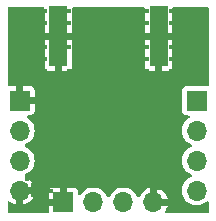
<source format=gbr>
%TF.GenerationSoftware,KiCad,Pcbnew,8.0.0*%
%TF.CreationDate,2024-08-25T13:37:12+02:00*%
%TF.ProjectId,Detector_PTFE_FR4_4_warstwy,44657465-6374-46f7-925f-505446455f46,rev?*%
%TF.SameCoordinates,Original*%
%TF.FileFunction,Copper,L4,Bot*%
%TF.FilePolarity,Positive*%
%FSLAX46Y46*%
G04 Gerber Fmt 4.6, Leading zero omitted, Abs format (unit mm)*
G04 Created by KiCad (PCBNEW 8.0.0) date 2024-08-25 13:37:12*
%MOMM*%
%LPD*%
G01*
G04 APERTURE LIST*
%TA.AperFunction,CastellatedPad*%
%ADD10R,1.700000X1.700000*%
%TD*%
%TA.AperFunction,CastellatedPad*%
%ADD11O,1.700000X1.700000*%
%TD*%
%TA.AperFunction,SMDPad,CuDef*%
%ADD12R,1.500000X5.080000*%
%TD*%
%TA.AperFunction,ViaPad*%
%ADD13C,0.400000*%
%TD*%
G04 APERTURE END LIST*
D10*
%TO.P,REF\u002A\u002A,1*%
%TO.N,GNDA*%
X67183000Y-42775939D03*
D11*
%TO.P,REF\u002A\u002A,2*%
%TO.N,ADC1_IN0_DET1*%
X69723000Y-42775939D03*
%TO.P,REF\u002A\u002A,3*%
X72263000Y-42775939D03*
%TO.P,REF\u002A\u002A,4*%
%TO.N,GNDA*%
X74803000Y-42775939D03*
%TD*%
D12*
%TO.P,J1,2,Ext*%
%TO.N,GNDA*%
X66743000Y-28730500D03*
X75243000Y-28730500D03*
%TD*%
D10*
%TO.P,REF\u002A\u002A,1*%
%TO.N,GNDA*%
X63500000Y-34163000D03*
D11*
%TO.P,REF\u002A\u002A,2*%
%TO.N,Net-(C3-Pad2)*%
X63500000Y-36703000D03*
%TO.P,REF\u002A\u002A,3*%
%TO.N,+5V*%
X63500000Y-39243000D03*
%TO.P,REF\u002A\u002A,4*%
%TO.N,GNDA*%
X63500000Y-41783000D03*
%TD*%
D10*
%TO.P,REF\u002A\u002A,1*%
%TO.N,ADC3_IN3_TEMP*%
X78486000Y-34163000D03*
D11*
%TO.P,REF\u002A\u002A,2*%
%TO.N,T_ADJ_1*%
X78486000Y-36703000D03*
%TO.P,REF\u002A\u002A,3*%
%TO.N,+5V*%
X78486000Y-39243000D03*
%TO.P,REF\u002A\u002A,4*%
X78486000Y-41783000D03*
%TD*%
D13*
%TO.N,GNDA*%
X69215000Y-29083000D03*
X66167000Y-41783000D03*
X63119000Y-31115000D03*
X76835000Y-31115000D03*
X73279000Y-30607000D03*
X64643000Y-27559000D03*
X74295000Y-32639000D03*
X79121000Y-30099000D03*
X68199000Y-28067000D03*
X78486000Y-31623000D03*
X65659000Y-27559000D03*
X64643000Y-26543000D03*
X73787000Y-28067000D03*
X64135000Y-30099000D03*
X73787000Y-29083000D03*
X64643000Y-42164000D03*
X78486000Y-29591000D03*
X72136000Y-39497000D03*
X65659000Y-26543000D03*
X65659000Y-42164000D03*
X68707000Y-31623000D03*
X64643000Y-29591000D03*
X76835000Y-29083000D03*
X79121000Y-27051000D03*
X76835000Y-28067000D03*
X72771000Y-31115000D03*
X78486000Y-27559000D03*
X63119000Y-27051000D03*
X64135000Y-40767000D03*
X65659000Y-40259000D03*
X63627000Y-26543000D03*
X77343000Y-31623000D03*
X77851000Y-28067000D03*
X78486000Y-30607000D03*
X77851000Y-29083000D03*
X64643000Y-31623000D03*
X65151000Y-40767000D03*
X76835000Y-30099000D03*
X68199000Y-31242000D03*
X63627000Y-32639000D03*
X63754000Y-43180000D03*
X76835000Y-32131000D03*
X73787000Y-33147000D03*
X67691000Y-29591000D03*
X66675000Y-31623000D03*
X73279000Y-31623000D03*
X65151000Y-31115000D03*
X63627000Y-27559000D03*
X74295000Y-26543000D03*
X68453000Y-36703000D03*
X67691000Y-32639000D03*
X75311000Y-32639000D03*
X79121000Y-32131000D03*
X65659000Y-29591000D03*
X77343000Y-29591000D03*
X67691000Y-31623000D03*
X68707000Y-29591000D03*
X63119000Y-29083000D03*
X75311000Y-41529000D03*
X76327000Y-27559000D03*
X72771000Y-30099000D03*
X66167000Y-40767000D03*
X67691000Y-26543000D03*
X74295000Y-30607000D03*
X65659000Y-30607000D03*
X79121000Y-31115000D03*
X65659000Y-41275000D03*
X68707000Y-27559000D03*
X65151000Y-28067000D03*
X65151000Y-42672000D03*
X64643000Y-32639000D03*
X72771000Y-28067000D03*
X66675000Y-41275000D03*
X74295000Y-27559000D03*
X64643000Y-41275000D03*
X74295000Y-31623000D03*
X65151000Y-30099000D03*
X64135000Y-29083000D03*
X63627000Y-31623000D03*
X64643000Y-28575000D03*
X65151000Y-41656000D03*
X65151000Y-29083000D03*
X72771000Y-29083000D03*
X68199000Y-32131000D03*
X73787000Y-27051000D03*
X78486000Y-32639000D03*
X69215000Y-30099000D03*
X74295000Y-28575000D03*
X64135000Y-32131000D03*
X74803000Y-33147000D03*
X76327000Y-30607000D03*
X77851000Y-31115000D03*
X76327000Y-32639000D03*
X74295000Y-29591000D03*
X75311000Y-31623000D03*
X77343000Y-30607000D03*
X65151000Y-32131000D03*
X69215000Y-28067000D03*
X72771000Y-27051000D03*
X65659000Y-28575000D03*
X79121000Y-28067000D03*
X77851000Y-32131000D03*
X76835000Y-27051000D03*
X79121000Y-29083000D03*
X68199000Y-30099000D03*
X68707000Y-26543000D03*
X63119000Y-28067000D03*
X72771000Y-33274000D03*
X78486000Y-28575000D03*
X64643000Y-40259000D03*
X72771000Y-32131000D03*
X74803000Y-32131000D03*
X77851000Y-30099000D03*
X75819000Y-33147000D03*
X73279000Y-27559000D03*
X73787000Y-32131000D03*
X64135000Y-28067000D03*
X68707000Y-28575000D03*
X63119000Y-30099000D03*
X73279000Y-26543000D03*
X77851000Y-27051000D03*
X76327000Y-28575000D03*
X68707000Y-32639000D03*
X65659000Y-31623000D03*
X77343000Y-27559000D03*
X64135000Y-31115000D03*
X63627000Y-28575000D03*
X65659000Y-43180000D03*
X65151000Y-27051000D03*
X73279000Y-32639000D03*
X68199000Y-29083000D03*
X63119000Y-32131000D03*
X73787000Y-30099000D03*
X73279000Y-29591000D03*
X76327000Y-29591000D03*
X68199000Y-27051000D03*
X63627000Y-30607000D03*
X76327000Y-31623000D03*
X73787000Y-31115000D03*
X62865000Y-43180000D03*
X76327000Y-26543000D03*
X73279000Y-28575000D03*
X67691000Y-27559000D03*
X64643000Y-43180000D03*
X64135000Y-27051000D03*
X77343000Y-32639000D03*
X64643000Y-30607000D03*
X69215000Y-27051000D03*
X67691000Y-28575000D03*
X75819000Y-32131000D03*
X77343000Y-28575000D03*
X77343000Y-26543000D03*
X67437000Y-41275000D03*
X78486000Y-26543000D03*
X63627000Y-29591000D03*
%TD*%
%TA.AperFunction,Conductor*%
%TO.N,GNDA*%
G36*
X65536039Y-26282185D02*
G01*
X65581794Y-26334989D01*
X65593000Y-26386500D01*
X65593000Y-28430500D01*
X67892999Y-28430500D01*
X67892999Y-26386500D01*
X67912684Y-26319461D01*
X67965488Y-26273706D01*
X68016999Y-26262500D01*
X73969000Y-26262500D01*
X74036039Y-26282185D01*
X74081794Y-26334989D01*
X74093000Y-26386500D01*
X74093000Y-28430500D01*
X76392999Y-28430500D01*
X76392999Y-26386500D01*
X76412684Y-26319461D01*
X76465488Y-26273706D01*
X76516999Y-26262500D01*
X79404500Y-26262500D01*
X79471539Y-26282185D01*
X79517294Y-26334989D01*
X79528500Y-26386500D01*
X79528500Y-32792811D01*
X79508815Y-32859850D01*
X79456011Y-32905605D01*
X79386853Y-32915549D01*
X79385102Y-32915284D01*
X79367524Y-32912500D01*
X77604482Y-32912500D01*
X77523519Y-32925323D01*
X77510696Y-32927354D01*
X77397658Y-32984950D01*
X77397657Y-32984951D01*
X77397652Y-32984954D01*
X77307954Y-33074652D01*
X77307951Y-33074657D01*
X77307950Y-33074658D01*
X77288751Y-33112337D01*
X77250352Y-33187698D01*
X77235500Y-33281475D01*
X77235500Y-35044517D01*
X77246292Y-35112657D01*
X77250354Y-35138304D01*
X77307950Y-35251342D01*
X77307952Y-35251344D01*
X77307954Y-35251347D01*
X77397652Y-35341045D01*
X77397654Y-35341046D01*
X77397658Y-35341050D01*
X77509746Y-35398162D01*
X77510698Y-35398647D01*
X77604475Y-35413499D01*
X77604481Y-35413500D01*
X77754140Y-35413499D01*
X77821177Y-35433183D01*
X77866932Y-35485987D01*
X77876876Y-35555145D01*
X77847851Y-35618701D01*
X77825262Y-35639074D01*
X77679118Y-35741405D01*
X77524402Y-35896121D01*
X77398900Y-36075357D01*
X77398898Y-36075361D01*
X77306426Y-36273668D01*
X77306422Y-36273677D01*
X77249793Y-36485020D01*
X77249793Y-36485024D01*
X77230723Y-36702997D01*
X77230723Y-36703002D01*
X77249793Y-36920975D01*
X77249793Y-36920979D01*
X77306422Y-37132322D01*
X77306424Y-37132326D01*
X77306425Y-37132330D01*
X77352661Y-37231484D01*
X77398897Y-37330638D01*
X77398898Y-37330639D01*
X77524402Y-37509877D01*
X77679123Y-37664598D01*
X77858360Y-37790101D01*
X77858361Y-37790102D01*
X78009583Y-37860618D01*
X78062022Y-37906790D01*
X78081174Y-37973984D01*
X78060958Y-38040865D01*
X78009583Y-38085382D01*
X77858361Y-38155898D01*
X77858357Y-38155900D01*
X77679121Y-38281402D01*
X77524402Y-38436121D01*
X77398900Y-38615357D01*
X77398898Y-38615361D01*
X77306426Y-38813668D01*
X77306422Y-38813677D01*
X77249793Y-39025020D01*
X77249793Y-39025024D01*
X77230723Y-39242997D01*
X77230723Y-39243002D01*
X77249793Y-39460975D01*
X77249793Y-39460979D01*
X77306422Y-39672322D01*
X77306424Y-39672326D01*
X77306425Y-39672330D01*
X77352661Y-39771484D01*
X77398897Y-39870638D01*
X77398898Y-39870639D01*
X77524402Y-40049877D01*
X77679123Y-40204598D01*
X77858360Y-40330101D01*
X77858361Y-40330102D01*
X78009583Y-40400618D01*
X78062022Y-40446790D01*
X78081174Y-40513984D01*
X78060958Y-40580865D01*
X78009583Y-40625382D01*
X77858361Y-40695898D01*
X77858357Y-40695900D01*
X77679121Y-40821402D01*
X77524402Y-40976121D01*
X77398900Y-41155357D01*
X77398898Y-41155361D01*
X77306426Y-41353668D01*
X77306422Y-41353677D01*
X77249793Y-41565020D01*
X77249793Y-41565024D01*
X77230723Y-41782997D01*
X77230723Y-41783002D01*
X77233499Y-41814727D01*
X77247029Y-41969389D01*
X77249793Y-42000975D01*
X77249793Y-42000979D01*
X77306422Y-42212322D01*
X77306424Y-42212326D01*
X77306425Y-42212330D01*
X77339379Y-42283000D01*
X77398897Y-42410638D01*
X77398898Y-42410639D01*
X77524402Y-42589877D01*
X77679123Y-42744598D01*
X77858361Y-42870102D01*
X78056670Y-42962575D01*
X78056676Y-42962576D01*
X78056677Y-42962577D01*
X78087364Y-42970799D01*
X78268023Y-43019207D01*
X78450926Y-43035208D01*
X78485998Y-43038277D01*
X78486000Y-43038277D01*
X78486002Y-43038277D01*
X78514254Y-43035805D01*
X78703977Y-43019207D01*
X78915330Y-42962575D01*
X79113639Y-42870102D01*
X79292877Y-42744598D01*
X79316819Y-42720656D01*
X79378142Y-42687171D01*
X79447834Y-42692155D01*
X79503767Y-42734027D01*
X79528184Y-42799491D01*
X79528500Y-42808337D01*
X79528500Y-43590500D01*
X79508815Y-43657539D01*
X79456011Y-43703294D01*
X79404500Y-43714500D01*
X75909983Y-43714500D01*
X75842944Y-43694815D01*
X75797189Y-43642011D01*
X75787245Y-43572853D01*
X75808408Y-43519376D01*
X75889666Y-43403326D01*
X75982101Y-43205098D01*
X75982104Y-43205092D01*
X76016711Y-43075939D01*
X75207144Y-43075939D01*
X75268925Y-42968932D01*
X75303000Y-42841765D01*
X75303000Y-42710113D01*
X75268925Y-42582946D01*
X75207144Y-42475939D01*
X76016711Y-42475939D01*
X76016710Y-42475938D01*
X75982104Y-42346785D01*
X75982101Y-42346779D01*
X75889666Y-42148551D01*
X75889664Y-42148547D01*
X75764216Y-41969389D01*
X75764211Y-41969383D01*
X75609554Y-41814726D01*
X75430387Y-41689272D01*
X75232159Y-41596837D01*
X75232153Y-41596834D01*
X75103000Y-41562228D01*
X75103000Y-42371794D01*
X74995993Y-42310014D01*
X74868826Y-42275939D01*
X74737174Y-42275939D01*
X74610007Y-42310014D01*
X74503000Y-42371794D01*
X74503000Y-41562228D01*
X74502999Y-41562228D01*
X74373846Y-41596834D01*
X74373840Y-41596837D01*
X74175612Y-41689272D01*
X74175608Y-41689274D01*
X73996450Y-41814722D01*
X73996444Y-41814727D01*
X73841788Y-41969383D01*
X73841783Y-41969389D01*
X73716335Y-42148547D01*
X73716333Y-42148551D01*
X73645658Y-42300114D01*
X73599485Y-42352553D01*
X73532292Y-42371705D01*
X73465411Y-42351489D01*
X73420894Y-42300114D01*
X73379959Y-42212330D01*
X73350102Y-42148301D01*
X73350100Y-42148298D01*
X73350099Y-42148296D01*
X73224599Y-41969063D01*
X73149988Y-41894452D01*
X73069877Y-41814341D01*
X72931108Y-41717174D01*
X72890638Y-41688836D01*
X72791484Y-41642600D01*
X72692330Y-41596364D01*
X72692326Y-41596363D01*
X72692322Y-41596361D01*
X72480977Y-41539732D01*
X72263002Y-41520662D01*
X72262998Y-41520662D01*
X72117682Y-41533375D01*
X72045023Y-41539732D01*
X72045020Y-41539732D01*
X71833677Y-41596361D01*
X71833670Y-41596363D01*
X71833670Y-41596364D01*
X71829514Y-41598302D01*
X71635361Y-41688837D01*
X71635357Y-41688839D01*
X71456121Y-41814341D01*
X71301402Y-41969060D01*
X71175900Y-42148296D01*
X71175898Y-42148300D01*
X71105382Y-42299522D01*
X71059209Y-42351961D01*
X70992016Y-42371113D01*
X70925135Y-42350897D01*
X70880618Y-42299522D01*
X70839959Y-42212330D01*
X70810102Y-42148301D01*
X70810100Y-42148298D01*
X70810099Y-42148296D01*
X70684599Y-41969063D01*
X70609988Y-41894452D01*
X70529877Y-41814341D01*
X70391108Y-41717174D01*
X70350638Y-41688836D01*
X70251484Y-41642600D01*
X70152330Y-41596364D01*
X70152326Y-41596363D01*
X70152322Y-41596361D01*
X69940977Y-41539732D01*
X69723002Y-41520662D01*
X69722998Y-41520662D01*
X69577682Y-41533375D01*
X69505023Y-41539732D01*
X69505020Y-41539732D01*
X69293677Y-41596361D01*
X69293670Y-41596363D01*
X69293670Y-41596364D01*
X69289514Y-41598302D01*
X69095361Y-41688837D01*
X69095357Y-41688839D01*
X68916121Y-41814341D01*
X68761402Y-41969060D01*
X68658574Y-42115915D01*
X68603997Y-42159540D01*
X68534499Y-42166733D01*
X68472144Y-42135211D01*
X68436730Y-42074981D01*
X68432999Y-42044792D01*
X68432999Y-41894459D01*
X68418164Y-41800789D01*
X68418162Y-41800783D01*
X68360643Y-41687897D01*
X68360636Y-41687888D01*
X68271050Y-41598302D01*
X68271046Y-41598299D01*
X68158144Y-41540772D01*
X68064486Y-41525939D01*
X67483000Y-41525939D01*
X67483000Y-42371794D01*
X67375993Y-42310014D01*
X67248826Y-42275939D01*
X67117174Y-42275939D01*
X66990007Y-42310014D01*
X66883000Y-42371794D01*
X66883000Y-41525939D01*
X66301520Y-41525939D01*
X66207850Y-41540774D01*
X66207844Y-41540776D01*
X66094958Y-41598295D01*
X66094949Y-41598302D01*
X66005363Y-41687888D01*
X66005360Y-41687892D01*
X65947833Y-41800794D01*
X65933000Y-41894452D01*
X65933000Y-42475939D01*
X66778856Y-42475939D01*
X66717075Y-42582946D01*
X66683000Y-42710113D01*
X66683000Y-42841765D01*
X66717075Y-42968932D01*
X66778856Y-43075939D01*
X65933001Y-43075939D01*
X65933001Y-43590500D01*
X65913316Y-43657539D01*
X65860512Y-43703294D01*
X65809001Y-43714500D01*
X62581500Y-43714500D01*
X62514461Y-43694815D01*
X62468706Y-43642011D01*
X62457500Y-43590500D01*
X62457500Y-42807629D01*
X62477185Y-42740590D01*
X62529989Y-42694835D01*
X62599147Y-42684891D01*
X62662703Y-42713916D01*
X62669181Y-42719948D01*
X62693445Y-42744212D01*
X62872612Y-42869666D01*
X63070840Y-42962101D01*
X63070851Y-42962106D01*
X63199999Y-42996710D01*
X63200000Y-42996709D01*
X63200000Y-42187144D01*
X63307007Y-42248925D01*
X63434174Y-42283000D01*
X63565826Y-42283000D01*
X63692993Y-42248925D01*
X63800000Y-42187144D01*
X63800000Y-42996710D01*
X63929148Y-42962106D01*
X63929159Y-42962101D01*
X64127387Y-42869666D01*
X64306554Y-42744212D01*
X64461212Y-42589554D01*
X64586666Y-42410387D01*
X64679101Y-42212159D01*
X64679104Y-42212153D01*
X64713711Y-42083000D01*
X63904144Y-42083000D01*
X63965925Y-41975993D01*
X64000000Y-41848826D01*
X64000000Y-41717174D01*
X63965925Y-41590007D01*
X63904144Y-41483000D01*
X64713711Y-41483000D01*
X64713710Y-41482999D01*
X64679104Y-41353846D01*
X64679101Y-41353840D01*
X64586666Y-41155612D01*
X64586664Y-41155608D01*
X64461216Y-40976450D01*
X64461211Y-40976444D01*
X64306554Y-40821787D01*
X64127387Y-40696333D01*
X63975824Y-40625658D01*
X63923385Y-40579486D01*
X63904233Y-40512292D01*
X63924449Y-40445411D01*
X63975822Y-40400895D01*
X64127639Y-40330102D01*
X64306877Y-40204598D01*
X64461598Y-40049877D01*
X64587102Y-39870639D01*
X64679575Y-39672330D01*
X64736207Y-39460977D01*
X64755277Y-39243000D01*
X64736207Y-39025023D01*
X64679575Y-38813670D01*
X64587102Y-38615362D01*
X64587100Y-38615359D01*
X64587099Y-38615357D01*
X64461599Y-38436124D01*
X64461596Y-38436121D01*
X64306877Y-38281402D01*
X64127639Y-38155898D01*
X63976414Y-38085381D01*
X63923977Y-38039210D01*
X63904825Y-37972016D01*
X63925041Y-37905135D01*
X63976414Y-37860618D01*
X64127639Y-37790102D01*
X64306877Y-37664598D01*
X64461598Y-37509877D01*
X64587102Y-37330639D01*
X64679575Y-37132330D01*
X64736207Y-36920977D01*
X64755277Y-36703000D01*
X64736207Y-36485023D01*
X64679575Y-36273670D01*
X64587102Y-36075362D01*
X64587100Y-36075359D01*
X64587099Y-36075357D01*
X64461599Y-35896124D01*
X64461596Y-35896121D01*
X64306877Y-35741402D01*
X64160019Y-35638571D01*
X64116398Y-35583997D01*
X64109205Y-35514498D01*
X64140727Y-35452144D01*
X64200957Y-35416730D01*
X64231146Y-35412999D01*
X64381479Y-35412999D01*
X64475149Y-35398164D01*
X64475155Y-35398162D01*
X64588041Y-35340643D01*
X64588050Y-35340636D01*
X64677636Y-35251050D01*
X64677639Y-35251046D01*
X64735166Y-35138144D01*
X64750000Y-35044486D01*
X64750000Y-34463000D01*
X63904144Y-34463000D01*
X63965925Y-34355993D01*
X64000000Y-34228826D01*
X64000000Y-34097174D01*
X63965925Y-33970007D01*
X63904144Y-33863000D01*
X64749999Y-33863000D01*
X64749999Y-33281520D01*
X64735164Y-33187850D01*
X64735162Y-33187844D01*
X64677643Y-33074958D01*
X64677636Y-33074949D01*
X64588050Y-32985363D01*
X64588046Y-32985360D01*
X64475144Y-32927833D01*
X64381486Y-32913000D01*
X63800000Y-32913000D01*
X63800000Y-33758855D01*
X63692993Y-33697075D01*
X63565826Y-33663000D01*
X63434174Y-33663000D01*
X63307007Y-33697075D01*
X63200000Y-33758855D01*
X63200000Y-32913000D01*
X62618519Y-32913000D01*
X62600895Y-32915792D01*
X62531602Y-32906835D01*
X62478151Y-32861838D01*
X62457513Y-32795086D01*
X62457500Y-32793318D01*
X62457500Y-29030500D01*
X65593001Y-29030500D01*
X65593001Y-31301979D01*
X65607835Y-31395649D01*
X65607837Y-31395655D01*
X65665356Y-31508541D01*
X65665363Y-31508550D01*
X65754949Y-31598136D01*
X65754953Y-31598139D01*
X65867855Y-31655666D01*
X65961514Y-31670499D01*
X66442999Y-31670499D01*
X66443000Y-31670498D01*
X66443000Y-29030500D01*
X67043000Y-29030500D01*
X67043000Y-31670499D01*
X67524479Y-31670499D01*
X67618149Y-31655664D01*
X67618155Y-31655662D01*
X67731041Y-31598143D01*
X67731050Y-31598136D01*
X67820636Y-31508550D01*
X67820639Y-31508546D01*
X67878166Y-31395644D01*
X67893000Y-31301986D01*
X67893000Y-29030500D01*
X74093001Y-29030500D01*
X74093001Y-31301979D01*
X74107835Y-31395649D01*
X74107837Y-31395655D01*
X74165356Y-31508541D01*
X74165363Y-31508550D01*
X74254949Y-31598136D01*
X74254953Y-31598139D01*
X74367855Y-31655666D01*
X74461514Y-31670499D01*
X74942999Y-31670499D01*
X74943000Y-31670498D01*
X74943000Y-29030500D01*
X75543000Y-29030500D01*
X75543000Y-31670499D01*
X76024479Y-31670499D01*
X76118149Y-31655664D01*
X76118155Y-31655662D01*
X76231041Y-31598143D01*
X76231050Y-31598136D01*
X76320636Y-31508550D01*
X76320639Y-31508546D01*
X76378166Y-31395644D01*
X76393000Y-31301986D01*
X76393000Y-29030500D01*
X75543000Y-29030500D01*
X74943000Y-29030500D01*
X74093001Y-29030500D01*
X67893000Y-29030500D01*
X67043000Y-29030500D01*
X66443000Y-29030500D01*
X65593001Y-29030500D01*
X62457500Y-29030500D01*
X62457500Y-26386500D01*
X62477185Y-26319461D01*
X62529989Y-26273706D01*
X62581500Y-26262500D01*
X65469000Y-26262500D01*
X65536039Y-26282185D01*
G37*
%TD.AperFunction*%
%TD*%
M02*

</source>
